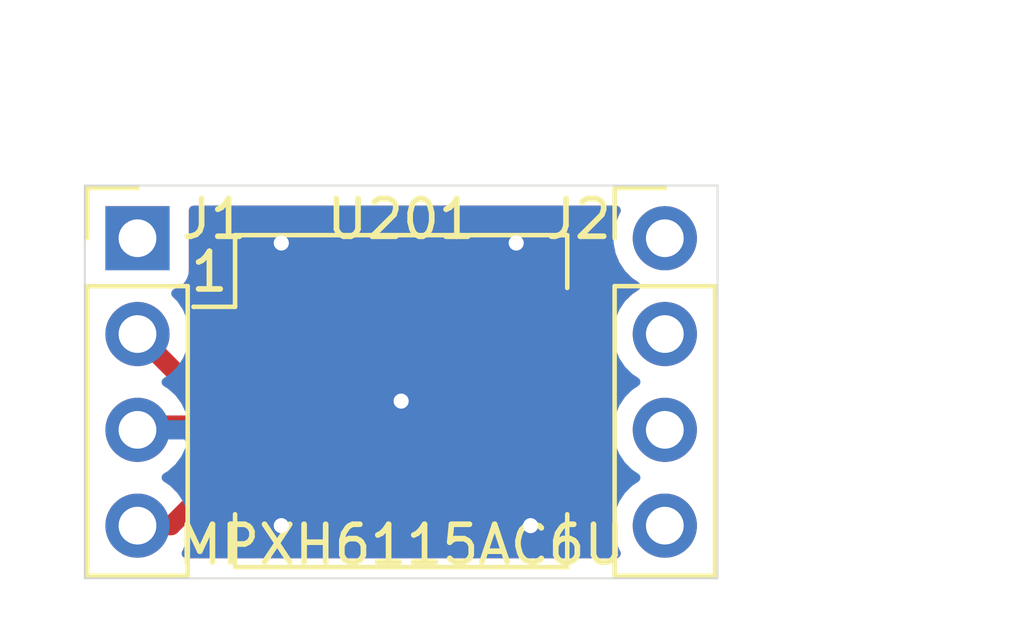
<source format=kicad_pcb>
(kicad_pcb (version 20171130) (host pcbnew "(5.1.6)-1")

  (general
    (thickness 1.6)
    (drawings 7)
    (tracks 12)
    (zones 0)
    (modules 3)
    (nets 14)
  )

  (page A4)
  (layers
    (0 F.Cu signal)
    (31 B.Cu signal)
    (32 B.Adhes user)
    (33 F.Adhes user)
    (34 B.Paste user)
    (35 F.Paste user)
    (36 B.SilkS user)
    (37 F.SilkS user)
    (38 B.Mask user)
    (39 F.Mask user)
    (40 Dwgs.User user)
    (41 Cmts.User user)
    (42 Eco1.User user)
    (43 Eco2.User user)
    (44 Edge.Cuts user)
    (45 Margin user)
    (46 B.CrtYd user)
    (47 F.CrtYd user)
    (48 B.Fab user)
    (49 F.Fab user)
  )

  (setup
    (last_trace_width 0.25)
    (trace_clearance 0.2)
    (zone_clearance 0.508)
    (zone_45_only no)
    (trace_min 0.2)
    (via_size 0.8)
    (via_drill 0.4)
    (via_min_size 0.4)
    (via_min_drill 0.3)
    (uvia_size 0.3)
    (uvia_drill 0.1)
    (uvias_allowed no)
    (uvia_min_size 0.2)
    (uvia_min_drill 0.1)
    (edge_width 0.05)
    (segment_width 0.2)
    (pcb_text_width 0.3)
    (pcb_text_size 1.5 1.5)
    (mod_edge_width 0.12)
    (mod_text_size 1 1)
    (mod_text_width 0.15)
    (pad_size 1.524 1.524)
    (pad_drill 0.762)
    (pad_to_mask_clearance 0.05)
    (aux_axis_origin 0 0)
    (visible_elements 7FFFF7FF)
    (pcbplotparams
      (layerselection 0x010fc_ffffffff)
      (usegerberextensions false)
      (usegerberattributes true)
      (usegerberadvancedattributes true)
      (creategerberjobfile true)
      (excludeedgelayer true)
      (linewidth 0.100000)
      (plotframeref false)
      (viasonmask false)
      (mode 1)
      (useauxorigin false)
      (hpglpennumber 1)
      (hpglpenspeed 20)
      (hpglpendiameter 15.000000)
      (psnegative false)
      (psa4output false)
      (plotreference true)
      (plotvalue true)
      (plotinvisibletext false)
      (padsonsilk false)
      (subtractmaskfromsilk false)
      (outputformat 1)
      (mirror false)
      (drillshape 0)
      (scaleselection 1)
      (outputdirectory ""))
  )

  (net 0 "")
  (net 1 GND)
  (net 2 +5V)
  (net 3 "Net-(U1-Pad7)")
  (net 4 "Net-(U1-Pad6)")
  (net 5 "Net-(U1-Pad5)")
  (net 6 "Net-(U1-Pad8)")
  (net 7 "Net-(U1-Pad1)")
  (net 8 "Net-(J1-Pad4)")
  (net 9 "Net-(J1-Pad1)")
  (net 10 "Net-(J2-Pad8)")
  (net 11 "Net-(J2-Pad7)")
  (net 12 "Net-(J2-Pad6)")
  (net 13 "Net-(J2-Pad5)")

  (net_class Default "This is the default net class."
    (clearance 0.2)
    (trace_width 0.25)
    (via_dia 0.8)
    (via_drill 0.4)
    (uvia_dia 0.3)
    (uvia_drill 0.1)
    (add_net +5V)
    (add_net GND)
    (add_net "Net-(J1-Pad1)")
    (add_net "Net-(J1-Pad4)")
    (add_net "Net-(J2-Pad5)")
    (add_net "Net-(J2-Pad6)")
    (add_net "Net-(J2-Pad7)")
    (add_net "Net-(J2-Pad8)")
    (add_net "Net-(U1-Pad1)")
    (add_net "Net-(U1-Pad5)")
    (add_net "Net-(U1-Pad6)")
    (add_net "Net-(U1-Pad7)")
    (add_net "Net-(U1-Pad8)")
  )

  (module "MPXH61115AC6U Adapter:PinHeader_1x04_P2.54mm_Vertical_5to8" (layer F.Cu) (tedit 6175B142) (tstamp 6176153E)
    (at 151.13 85.852)
    (descr "Through hole straight pin header, 1x04, 2.54mm pitch, single row")
    (tags "Through hole pin header THT 1x04 2.54mm single row")
    (path /617EB8BB)
    (fp_text reference J2 (at -2.286 -0.508) (layer F.SilkS)
      (effects (font (size 1 1) (thickness 0.15)))
    )
    (fp_text value Conn_01x04_5to8 (at 2.667 3.81 270) (layer F.Fab)
      (effects (font (size 1 1) (thickness 0.15)))
    )
    (fp_text user %R (at 0 3.81 90) (layer F.Fab)
      (effects (font (size 1 1) (thickness 0.15)))
    )
    (fp_line (start -1.33 -1.33) (end 0 -1.33) (layer F.SilkS) (width 0.12))
    (fp_line (start -1.33 0) (end -1.33 -1.33) (layer F.SilkS) (width 0.12))
    (fp_line (start -1.33 1.27) (end 1.33 1.27) (layer F.SilkS) (width 0.12))
    (fp_line (start 1.33 1.27) (end 1.33 8.95) (layer F.SilkS) (width 0.12))
    (fp_line (start -1.33 1.27) (end -1.33 8.95) (layer F.SilkS) (width 0.12))
    (fp_line (start -1.33 8.95) (end 1.33 8.95) (layer F.SilkS) (width 0.12))
    (fp_line (start -1.27 -0.635) (end -0.635 -1.27) (layer F.Fab) (width 0.1))
    (fp_line (start -1.27 8.89) (end -1.27 -0.635) (layer F.Fab) (width 0.1))
    (fp_line (start 1.27 8.89) (end -1.27 8.89) (layer F.Fab) (width 0.1))
    (fp_line (start 1.27 -1.27) (end 1.27 8.89) (layer F.Fab) (width 0.1))
    (fp_line (start -0.635 -1.27) (end 1.27 -1.27) (layer F.Fab) (width 0.1))
    (pad 8 thru_hole circle (at 0 0) (size 1.7 1.7) (drill 1) (layers *.Cu *.Mask)
      (net 10 "Net-(J2-Pad8)"))
    (pad 7 thru_hole oval (at 0 2.54) (size 1.7 1.7) (drill 1) (layers *.Cu *.Mask)
      (net 11 "Net-(J2-Pad7)"))
    (pad 6 thru_hole oval (at 0 5.08) (size 1.7 1.7) (drill 1) (layers *.Cu *.Mask)
      (net 12 "Net-(J2-Pad6)"))
    (pad 5 thru_hole oval (at 0 7.62) (size 1.7 1.7) (drill 1) (layers *.Cu *.Mask)
      (net 13 "Net-(J2-Pad5)"))
    (model ${KISYS3DMOD}/Connector_PinHeader_2.54mm.3dshapes/PinHeader_1x04_P2.54mm_Vertical.wrl
      (at (xyz 0 0 0))
      (scale (xyz 1 1 1))
      (rotate (xyz 0 0 0))
    )
  )

  (module "MPXH61115AC6U Adapter:PinHeader_1x04_P2.54mm_Vertical_1to4" (layer F.Cu) (tedit 6175B0B7) (tstamp 6176152A)
    (at 137.16 85.852)
    (descr "Through hole straight pin header, 1x04, 2.54mm pitch, single row")
    (tags "Through hole pin header THT 1x04 2.54mm single row")
    (path /617C834D)
    (fp_text reference J1 (at 2.032 -0.508) (layer F.SilkS)
      (effects (font (size 1 1) (thickness 0.15)))
    )
    (fp_text value Conn_01x04-1to4 (at -2.794 3.302 90) (layer F.Fab)
      (effects (font (size 1 1) (thickness 0.15)))
    )
    (fp_text user %R (at 0 3.81 90) (layer F.Fab)
      (effects (font (size 1 1) (thickness 0.15)))
    )
    (fp_line (start -1.33 -1.33) (end 0 -1.33) (layer F.SilkS) (width 0.12))
    (fp_line (start -1.33 0) (end -1.33 -1.33) (layer F.SilkS) (width 0.12))
    (fp_line (start -1.33 1.27) (end 1.33 1.27) (layer F.SilkS) (width 0.12))
    (fp_line (start 1.33 1.27) (end 1.33 8.95) (layer F.SilkS) (width 0.12))
    (fp_line (start -1.33 1.27) (end -1.33 8.95) (layer F.SilkS) (width 0.12))
    (fp_line (start -1.33 8.95) (end 1.33 8.95) (layer F.SilkS) (width 0.12))
    (fp_line (start -1.27 -0.635) (end -0.635 -1.27) (layer F.Fab) (width 0.1))
    (fp_line (start -1.27 8.89) (end -1.27 -0.635) (layer F.Fab) (width 0.1))
    (fp_line (start 1.27 8.89) (end -1.27 8.89) (layer F.Fab) (width 0.1))
    (fp_line (start 1.27 -1.27) (end 1.27 8.89) (layer F.Fab) (width 0.1))
    (fp_line (start -0.635 -1.27) (end 1.27 -1.27) (layer F.Fab) (width 0.1))
    (pad 1 thru_hole rect (at 0 0) (size 1.7 1.7) (drill 1) (layers *.Cu *.Mask)
      (net 9 "Net-(J1-Pad1)"))
    (pad 2 thru_hole oval (at 0 2.54) (size 1.7 1.7) (drill 1) (layers *.Cu *.Mask)
      (net 2 +5V))
    (pad 3 thru_hole oval (at 0 5.08) (size 1.7 1.7) (drill 1) (layers *.Cu *.Mask)
      (net 1 GND))
    (pad 4 thru_hole oval (at 0 7.62) (size 1.7 1.7) (drill 1) (layers *.Cu *.Mask)
      (net 8 "Net-(J1-Pad4)"))
    (model ${KISYS3DMOD}/Connector_PinHeader_2.54mm.3dshapes/PinHeader_1x04_P2.54mm_Vertical.wrl
      (at (xyz 0 0 0))
      (scale (xyz 1 1 1))
      (rotate (xyz 0 0 0))
    )
  )

  (module Sensor_Pressure:Freescale_98ARH99089A (layer F.Cu) (tedit 5A1222E7) (tstamp 61753F52)
    (at 144.145 90.17)
    (descr https://www.nxp.com/docs/en/data-sheet/MPXH6250A.pdf)
    (tags "sensor pressure ssop 98ARH99089A")
    (path /6174A090)
    (attr smd)
    (fp_text reference U201 (at 0 -4.826) (layer F.SilkS)
      (effects (font (size 1 1) (thickness 0.15)))
    )
    (fp_text value MPXH6115AC6U (at 0 3.81) (layer F.SilkS)
      (effects (font (size 1 1) (thickness 0.15)))
    )
    (fp_circle (center 0 0) (end 1.6 0) (layer F.Fab) (width 0.1))
    (fp_line (start -5.75 -2.75) (end -5.75 -2.75) (layer F.CrtYd) (width 0.05))
    (fp_line (start -6 2.5) (end -6 -2.75) (layer F.CrtYd) (width 0.05))
    (fp_line (start -4.65 2.5) (end -6 2.5) (layer F.CrtYd) (width 0.05))
    (fp_line (start -4.65 4.65) (end -4.65 2.5) (layer F.CrtYd) (width 0.05))
    (fp_line (start 4.65 4.65) (end -4.65 4.65) (layer F.CrtYd) (width 0.05))
    (fp_line (start 4.65 2.5) (end 4.65 4.65) (layer F.CrtYd) (width 0.05))
    (fp_line (start 6 2.5) (end 4.65 2.5) (layer F.CrtYd) (width 0.05))
    (fp_line (start 6 -2.5) (end 6 2.5) (layer F.CrtYd) (width 0.05))
    (fp_line (start 4.65 -2.5) (end 6 -2.5) (layer F.CrtYd) (width 0.05))
    (fp_line (start 4.65 -4.65) (end 4.65 -2.5) (layer F.CrtYd) (width 0.05))
    (fp_line (start -4.65 -4.65) (end 4.65 -4.65) (layer F.CrtYd) (width 0.05))
    (fp_line (start -4.65 -2.75) (end -4.65 -4.65) (layer F.CrtYd) (width 0.05))
    (fp_line (start -6 -2.75) (end -4.65 -2.75) (layer F.CrtYd) (width 0.05))
    (fp_line (start -4.4 4.4) (end -4.4 3) (layer F.SilkS) (width 0.12))
    (fp_line (start 4.4 4.4) (end -4.4 4.4) (layer F.SilkS) (width 0.12))
    (fp_line (start 4.4 3) (end 4.4 4.4) (layer F.SilkS) (width 0.12))
    (fp_line (start -5.5 -2.5) (end -5.5 -2.5) (layer F.SilkS) (width 0.12))
    (fp_line (start -4.4 -2.5) (end -5.5 -2.5) (layer F.SilkS) (width 0.12))
    (fp_line (start -4.4 -4.4) (end -4.4 -2.5) (layer F.SilkS) (width 0.12))
    (fp_line (start 4.4 -4.4) (end -4.4 -4.4) (layer F.SilkS) (width 0.12))
    (fp_line (start 4.4 -3) (end 4.4 -4.4) (layer F.SilkS) (width 0.12))
    (fp_circle (center 0 0) (end 1.3 0) (layer F.Fab) (width 0.1))
    (fp_line (start -3.25 -4.25) (end 4.25 -4.25) (layer F.Fab) (width 0.1))
    (fp_line (start -4.25 -3.25) (end -3.25 -4.25) (layer F.Fab) (width 0.1))
    (fp_line (start -4.25 4.25) (end -4.25 -3.25) (layer F.Fab) (width 0.1))
    (fp_line (start 4.25 4.25) (end -4.25 4.25) (layer F.Fab) (width 0.1))
    (fp_line (start 4.25 -4.25) (end 4.25 4.25) (layer F.Fab) (width 0.1))
    (fp_text user %R (at 0 -2.667) (layer F.Fab)
      (effects (font (size 1 1) (thickness 0.15)))
    )
    (pad 7 smd rect (at 4.9149 -0.635) (size 1.35 0.7) (layers F.Cu F.Paste F.Mask)
      (net 3 "Net-(U1-Pad7)"))
    (pad 6 smd rect (at 4.9149 0.635) (size 1.35 0.7) (layers F.Cu F.Paste F.Mask)
      (net 4 "Net-(U1-Pad6)"))
    (pad 5 smd rect (at 4.9149 1.905) (size 1.35 0.7) (layers F.Cu F.Paste F.Mask)
      (net 5 "Net-(U1-Pad5)"))
    (pad 8 smd rect (at 4.9149 -1.905) (size 1.35 0.7) (layers F.Cu F.Paste F.Mask)
      (net 6 "Net-(U1-Pad8)"))
    (pad 1 smd rect (at -4.9149 -1.905) (size 1.35 0.7) (layers F.Cu F.Paste F.Mask)
      (net 7 "Net-(U1-Pad1)"))
    (pad 2 smd rect (at -4.9149 -0.635) (size 1.35 0.7) (layers F.Cu F.Paste F.Mask)
      (net 2 +5V))
    (pad 3 smd rect (at -4.9149 0.635) (size 1.35 0.7) (layers F.Cu F.Paste F.Mask)
      (net 1 GND))
    (pad 4 smd rect (at -4.9149 1.905) (size 1.35 0.7) (layers F.Cu F.Paste F.Mask)
      (net 8 "Net-(J1-Pad4)"))
    (model ${KISYS3DMOD}/Sensor_Pressure.3dshapes/Freescale_98ARH99089A.wrl
      (at (xyz 0 0 0))
      (scale (xyz 1 1 1))
      (rotate (xyz 0 0 0))
    )
  )

  (dimension 10.287 (width 0.15) (layer Dwgs.User)
    (gr_text "0.4050 in" (at 159.288 89.7255 270) (layer Dwgs.User)
      (effects (font (size 1 1) (thickness 0.15)))
    )
    (feature1 (pts (xy 152.527 94.869) (xy 158.574421 94.869)))
    (feature2 (pts (xy 152.527 84.582) (xy 158.574421 84.582)))
    (crossbar (pts (xy 157.988 84.582) (xy 157.988 94.869)))
    (arrow1a (pts (xy 157.988 94.869) (xy 157.401579 93.742496)))
    (arrow1b (pts (xy 157.988 94.869) (xy 158.574421 93.742496)))
    (arrow2a (pts (xy 157.988 84.582) (xy 157.401579 85.708504)))
    (arrow2b (pts (xy 157.988 84.582) (xy 158.574421 85.708504)))
  )
  (dimension 16.764 (width 0.15) (layer Dwgs.User)
    (gr_text "0.6600 in" (at 144.145 80.234) (layer Dwgs.User)
      (effects (font (size 1 1) (thickness 0.15)))
    )
    (feature1 (pts (xy 152.527 84.455) (xy 152.527 80.947579)))
    (feature2 (pts (xy 135.763 84.455) (xy 135.763 80.947579)))
    (crossbar (pts (xy 135.763 81.534) (xy 152.527 81.534)))
    (arrow1a (pts (xy 152.527 81.534) (xy 151.400496 82.120421)))
    (arrow1b (pts (xy 152.527 81.534) (xy 151.400496 80.947579)))
    (arrow2a (pts (xy 135.763 81.534) (xy 136.889504 82.120421)))
    (arrow2b (pts (xy 135.763 81.534) (xy 136.889504 80.947579)))
  )
  (gr_text 1 (at 139.065 86.741) (layer F.SilkS)
    (effects (font (size 1 1) (thickness 0.15)))
  )
  (gr_line (start 135.763 94.869) (end 135.763 84.455) (layer Edge.Cuts) (width 0.05) (tstamp 61761790))
  (gr_line (start 152.527 94.869) (end 135.763 94.869) (layer Edge.Cuts) (width 0.05))
  (gr_line (start 152.527 84.455) (end 152.527 94.869) (layer Edge.Cuts) (width 0.05))
  (gr_line (start 135.763 84.455) (end 152.527 84.455) (layer Edge.Cuts) (width 0.05))

  (via (at 147.193 85.979) (size 0.8) (drill 0.4) (layers F.Cu B.Cu) (net 1))
  (via (at 140.97 85.979) (size 0.8) (drill 0.4) (layers F.Cu B.Cu) (net 1))
  (via (at 140.97 93.472) (size 0.8) (drill 0.4) (layers F.Cu B.Cu) (net 1))
  (via (at 147.574 93.472) (size 0.8) (drill 0.4) (layers F.Cu B.Cu) (net 1))
  (via (at 144.145 90.17) (size 0.8) (drill 0.4) (layers F.Cu B.Cu) (net 1))
  (segment (start 137.287 90.805) (end 137.16 90.932) (width 0.508) (layer F.Cu) (net 1))
  (segment (start 139.2301 90.805) (end 137.287 90.805) (width 0.508) (layer F.Cu) (net 1))
  (segment (start 138.303 89.535) (end 137.16 88.392) (width 0.508) (layer F.Cu) (net 2))
  (segment (start 139.2301 89.535) (end 138.303 89.535) (width 0.508) (layer F.Cu) (net 2))
  (segment (start 139.2301 92.075) (end 139.2301 92.2909) (width 0.508) (layer F.Cu) (net 8))
  (segment (start 138.049 93.472) (end 137.16 93.472) (width 0.508) (layer F.Cu) (net 8))
  (segment (start 139.2301 92.2909) (end 138.049 93.472) (width 0.508) (layer F.Cu) (net 8))

  (zone (net 1) (net_name GND) (layer B.Cu) (tstamp 617619D0) (hatch edge 0.508)
    (connect_pads (clearance 0.508))
    (min_thickness 0.254)
    (fill yes (arc_segments 32) (thermal_gap 0.508) (thermal_bridge_width 0.508))
    (polygon
      (pts
        (xy 152.527 94.869) (xy 135.763 94.869) (xy 135.763 84.455) (xy 152.527 84.455)
      )
    )
    (filled_polygon
      (pts
        (xy 149.81401 85.148589) (xy 149.702068 85.418842) (xy 149.645 85.70574) (xy 149.645 85.99826) (xy 149.702068 86.285158)
        (xy 149.81401 86.555411) (xy 149.976525 86.798632) (xy 150.183368 87.005475) (xy 150.35776 87.122) (xy 150.183368 87.238525)
        (xy 149.976525 87.445368) (xy 149.81401 87.688589) (xy 149.702068 87.958842) (xy 149.645 88.24574) (xy 149.645 88.53826)
        (xy 149.702068 88.825158) (xy 149.81401 89.095411) (xy 149.976525 89.338632) (xy 150.183368 89.545475) (xy 150.35776 89.662)
        (xy 150.183368 89.778525) (xy 149.976525 89.985368) (xy 149.81401 90.228589) (xy 149.702068 90.498842) (xy 149.645 90.78574)
        (xy 149.645 91.07826) (xy 149.702068 91.365158) (xy 149.81401 91.635411) (xy 149.976525 91.878632) (xy 150.183368 92.085475)
        (xy 150.35776 92.202) (xy 150.183368 92.318525) (xy 149.976525 92.525368) (xy 149.81401 92.768589) (xy 149.702068 93.038842)
        (xy 149.645 93.32574) (xy 149.645 93.61826) (xy 149.702068 93.905158) (xy 149.81401 94.175411) (xy 149.836453 94.209)
        (xy 138.453547 94.209) (xy 138.47599 94.175411) (xy 138.587932 93.905158) (xy 138.645 93.61826) (xy 138.645 93.32574)
        (xy 138.587932 93.038842) (xy 138.47599 92.768589) (xy 138.313475 92.525368) (xy 138.106632 92.318525) (xy 137.924466 92.196805)
        (xy 138.041355 92.127178) (xy 138.257588 91.932269) (xy 138.431641 91.69892) (xy 138.556825 91.436099) (xy 138.601476 91.28889)
        (xy 138.480155 91.059) (xy 137.287 91.059) (xy 137.287 91.079) (xy 137.033 91.079) (xy 137.033 91.059)
        (xy 137.013 91.059) (xy 137.013 90.805) (xy 137.033 90.805) (xy 137.033 90.785) (xy 137.287 90.785)
        (xy 137.287 90.805) (xy 138.480155 90.805) (xy 138.601476 90.57511) (xy 138.556825 90.427901) (xy 138.431641 90.16508)
        (xy 138.257588 89.931731) (xy 138.041355 89.736822) (xy 137.924466 89.667195) (xy 138.106632 89.545475) (xy 138.313475 89.338632)
        (xy 138.47599 89.095411) (xy 138.587932 88.825158) (xy 138.645 88.53826) (xy 138.645 88.24574) (xy 138.587932 87.958842)
        (xy 138.47599 87.688589) (xy 138.313475 87.445368) (xy 138.18162 87.313513) (xy 138.25418 87.291502) (xy 138.364494 87.232537)
        (xy 138.461185 87.153185) (xy 138.540537 87.056494) (xy 138.599502 86.94618) (xy 138.635812 86.826482) (xy 138.648072 86.702)
        (xy 138.648072 85.115) (xy 149.836453 85.115)
      )
    )
  )
  (zone (net 1) (net_name GND) (layer F.Cu) (tstamp 617619CD) (hatch edge 0.508)
    (connect_pads (clearance 0.508))
    (min_thickness 0.254)
    (fill yes (arc_segments 32) (thermal_gap 0.508) (thermal_bridge_width 0.508))
    (polygon
      (pts
        (xy 152.527 94.869) (xy 135.763 94.869) (xy 135.763 84.455) (xy 152.527 84.455)
      )
    )
    (filled_polygon
      (pts
        (xy 149.81401 85.148589) (xy 149.702068 85.418842) (xy 149.645 85.70574) (xy 149.645 85.99826) (xy 149.702068 86.285158)
        (xy 149.81401 86.555411) (xy 149.976525 86.798632) (xy 150.183368 87.005475) (xy 150.35776 87.122) (xy 150.183368 87.238525)
        (xy 150.055531 87.366362) (xy 149.97908 87.325498) (xy 149.859382 87.289188) (xy 149.7349 87.276928) (xy 148.3849 87.276928)
        (xy 148.260418 87.289188) (xy 148.14072 87.325498) (xy 148.030406 87.384463) (xy 147.933715 87.463815) (xy 147.854363 87.560506)
        (xy 147.795398 87.67082) (xy 147.759088 87.790518) (xy 147.746828 87.915) (xy 147.746828 88.615) (xy 147.759088 88.739482)
        (xy 147.795398 88.85918) (xy 147.817217 88.9) (xy 147.795398 88.94082) (xy 147.759088 89.060518) (xy 147.746828 89.185)
        (xy 147.746828 89.885) (xy 147.759088 90.009482) (xy 147.795398 90.12918) (xy 147.817217 90.17) (xy 147.795398 90.21082)
        (xy 147.759088 90.330518) (xy 147.746828 90.455) (xy 147.746828 91.155) (xy 147.759088 91.279482) (xy 147.795398 91.39918)
        (xy 147.817217 91.44) (xy 147.795398 91.48082) (xy 147.759088 91.600518) (xy 147.746828 91.725) (xy 147.746828 92.425)
        (xy 147.759088 92.549482) (xy 147.795398 92.66918) (xy 147.854363 92.779494) (xy 147.933715 92.876185) (xy 148.030406 92.955537)
        (xy 148.14072 93.014502) (xy 148.260418 93.050812) (xy 148.3849 93.063072) (xy 149.697248 93.063072) (xy 149.645 93.32574)
        (xy 149.645 93.61826) (xy 149.702068 93.905158) (xy 149.81401 94.175411) (xy 149.836453 94.209) (xy 138.552301 94.209)
        (xy 138.680659 94.103659) (xy 138.708499 94.069736) (xy 139.715164 93.063072) (xy 139.9051 93.063072) (xy 140.029582 93.050812)
        (xy 140.14928 93.014502) (xy 140.259594 92.955537) (xy 140.356285 92.876185) (xy 140.435637 92.779494) (xy 140.494602 92.66918)
        (xy 140.530912 92.549482) (xy 140.543172 92.425) (xy 140.543172 91.725) (xy 140.530912 91.600518) (xy 140.494602 91.48082)
        (xy 140.472783 91.44) (xy 140.494602 91.39918) (xy 140.530912 91.279482) (xy 140.543172 91.155) (xy 140.5401 91.09075)
        (xy 140.38135 90.932) (xy 139.3571 90.932) (xy 139.3571 90.952) (xy 139.1031 90.952) (xy 139.1031 90.932)
        (xy 139.0831 90.932) (xy 139.0831 90.678) (xy 139.1031 90.678) (xy 139.1031 90.658) (xy 139.3571 90.658)
        (xy 139.3571 90.678) (xy 140.38135 90.678) (xy 140.5401 90.51925) (xy 140.543172 90.455) (xy 140.530912 90.330518)
        (xy 140.494602 90.21082) (xy 140.472783 90.17) (xy 140.494602 90.12918) (xy 140.530912 90.009482) (xy 140.543172 89.885)
        (xy 140.543172 89.185) (xy 140.530912 89.060518) (xy 140.494602 88.94082) (xy 140.472783 88.9) (xy 140.494602 88.85918)
        (xy 140.530912 88.739482) (xy 140.543172 88.615) (xy 140.543172 87.915) (xy 140.530912 87.790518) (xy 140.494602 87.67082)
        (xy 140.435637 87.560506) (xy 140.356285 87.463815) (xy 140.259594 87.384463) (xy 140.14928 87.325498) (xy 140.029582 87.289188)
        (xy 139.9051 87.276928) (xy 138.5551 87.276928) (xy 138.430618 87.289188) (xy 138.31092 87.325498) (xy 138.234469 87.366362)
        (xy 138.18162 87.313513) (xy 138.25418 87.291502) (xy 138.364494 87.232537) (xy 138.461185 87.153185) (xy 138.540537 87.056494)
        (xy 138.599502 86.94618) (xy 138.635812 86.826482) (xy 138.648072 86.702) (xy 138.648072 85.115) (xy 149.836453 85.115)
      )
    )
    (filled_polygon
      (pts
        (xy 137.287 90.805) (xy 137.307 90.805) (xy 137.307 91.059) (xy 137.287 91.059) (xy 137.287 91.079)
        (xy 137.033 91.079) (xy 137.033 91.059) (xy 137.013 91.059) (xy 137.013 90.805) (xy 137.033 90.805)
        (xy 137.033 90.785) (xy 137.287 90.785)
      )
    )
  )
)

</source>
